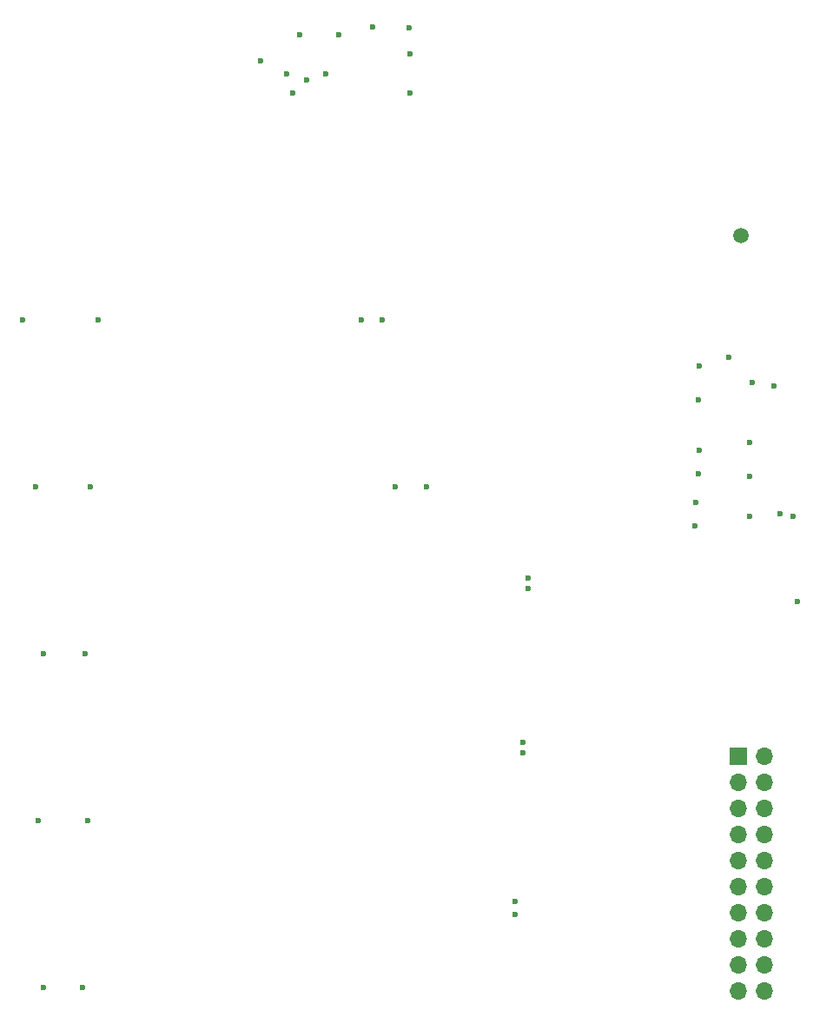
<source format=gbr>
%TF.GenerationSoftware,KiCad,Pcbnew,8.0.3*%
%TF.CreationDate,2024-07-13T21:55:38+05:30*%
%TF.ProjectId,Interpose_1,496e7465-7270-46f7-9365-5f312e6b6963,rev?*%
%TF.SameCoordinates,Original*%
%TF.FileFunction,Copper,L4,Bot*%
%TF.FilePolarity,Positive*%
%FSLAX46Y46*%
G04 Gerber Fmt 4.6, Leading zero omitted, Abs format (unit mm)*
G04 Created by KiCad (PCBNEW 8.0.3) date 2024-07-13 21:55:38*
%MOMM*%
%LPD*%
G01*
G04 APERTURE LIST*
%TA.AperFunction,ComponentPad*%
%ADD10R,1.700000X1.700000*%
%TD*%
%TA.AperFunction,ComponentPad*%
%ADD11O,1.700000X1.700000*%
%TD*%
%TA.AperFunction,ComponentPad*%
%ADD12C,1.500000*%
%TD*%
%TA.AperFunction,ViaPad*%
%ADD13C,0.600000*%
%TD*%
G04 APERTURE END LIST*
D10*
%TO.P,J3,1,Pin_1*%
%TO.N,L2M_DISP*%
X146252000Y-103420000D03*
D11*
%TO.P,J3,2,Pin_2*%
X148792000Y-103420000D03*
%TO.P,J3,3,Pin_3*%
%TO.N,DISP0_VCI*%
X146252000Y-105960000D03*
%TO.P,J3,4,Pin_4*%
%TO.N,DISP1_VCI*%
X148792000Y-105960000D03*
%TO.P,J3,5,Pin_5*%
%TO.N,DISP0_VDDI*%
X146252000Y-108500000D03*
%TO.P,J3,6,Pin_6*%
%TO.N,DISP1_VDDI*%
X148792000Y-108500000D03*
%TO.P,J3,7,Pin_7*%
%TO.N,unconnected-(J3-Pin_7-Pad7)*%
X146252000Y-111040000D03*
%TO.P,J3,8,Pin_8*%
%TO.N,unconnected-(J3-Pin_8-Pad8)*%
X148792000Y-111040000D03*
%TO.P,J3,9,Pin_9*%
%TO.N,DISP0_RST*%
X146252000Y-113580000D03*
%TO.P,J3,10,Pin_10*%
%TO.N,DISP1_RST*%
X148792000Y-113580000D03*
%TO.P,J3,11,Pin_11*%
%TO.N,DISP0_BUCK_EN*%
X146252000Y-116120000D03*
%TO.P,J3,12,Pin_12*%
%TO.N,DISP1_BUCK_VSEL*%
X148792000Y-116120000D03*
%TO.P,J3,13,Pin_13*%
%TO.N,DISP0_TE*%
X146252000Y-118660000D03*
%TO.P,J3,14,Pin_14*%
%TO.N,DISP1_TE*%
X148792000Y-118660000D03*
%TO.P,J3,15,Pin_15*%
%TO.N,DISP0_TOUT*%
X146252000Y-121200000D03*
%TO.P,J3,16,Pin_16*%
%TO.N,DISP1_TOUT*%
X148792000Y-121200000D03*
%TO.P,J3,17,Pin_17*%
%TO.N,GND*%
X146252000Y-123740000D03*
%TO.P,J3,18,Pin_18*%
%TO.N,VSYS_PWR*%
X148792000Y-123740000D03*
%TO.P,J3,19,Pin_19*%
%TO.N,GND*%
X146252000Y-126280000D03*
%TO.P,J3,20,Pin_20*%
%TO.N,VSYS_PWR*%
X148792000Y-126280000D03*
%TD*%
D12*
%TO.P,TP1,1,1*%
%TO.N,GND*%
X146452000Y-52720000D03*
%TD*%
D13*
%TO.N,DSI1_LN2_N*%
X125222000Y-103124000D03*
%TO.N,DSI1_CLK_N*%
X125730000Y-87122000D03*
%TO.N,DSI1_LN3_N*%
X124460000Y-118872000D03*
%TO.N,DSI1_LN3_P*%
X124460000Y-117602000D03*
%TO.N,DSI1_LN2_P*%
X125222000Y-102108000D03*
%TO.N,DSI1_CLK_P*%
X125730000Y-86106000D03*
%TO.N,DSI0_LN1_P*%
X76454000Y-60960000D03*
%TO.N,DSI0_CLK_N*%
X82550000Y-93472000D03*
%TO.N,DSI0_LN2_N*%
X82804000Y-109728000D03*
%TO.N,DSI0_LN0_N*%
X83058000Y-77216000D03*
%TO.N,DSI0_CLK_P*%
X78486000Y-93472000D03*
%TO.N,DSI0_LN3_P*%
X78486000Y-125984000D03*
%TO.N,DSI0_LN3_N*%
X82296000Y-125984000D03*
%TO.N,DSI0_LN1_N*%
X83820000Y-60960000D03*
%TO.N,DSI0_LN2_P*%
X77978000Y-109728000D03*
%TO.N,DSI0_LN0_P*%
X77724000Y-77216000D03*
%TO.N,DSI1_LN1_P*%
X109474000Y-60960000D03*
%TO.N,DSI1_LN1_N*%
X111506000Y-60960000D03*
%TO.N,DISP1_BUCK_VSEL*%
X147332000Y-76140000D03*
X102768000Y-38854900D03*
%TO.N,DISP1_TE*%
X150308000Y-79817100D03*
%TO.N,DISP0_TOUT*%
X141998000Y-81014100D03*
X114194000Y-38854900D03*
%TO.N,DISP0_VDDI*%
X142281000Y-68681400D03*
X110574000Y-32418200D03*
%TO.N,DISP0_RST*%
X142407000Y-73628300D03*
X102232000Y-36950000D03*
%TO.N,DISP0_TE*%
X142046000Y-78680000D03*
%TO.N,DISP1_TOUT*%
X106042000Y-36929300D03*
X151525000Y-80081700D03*
%TO.N,DISP1_RST*%
X104134000Y-37545300D03*
X147352000Y-72902400D03*
%TO.N,DISP0_BUCK_EN*%
X99692000Y-35680000D03*
X142281000Y-75904900D03*
%TO.N,VSYS_PWR*%
X151986000Y-88367300D03*
X103502000Y-33140000D03*
%TO.N,DISP1_VDDI*%
X114136000Y-32447600D03*
X149702000Y-67372700D03*
%TO.N,DISP1_VCI*%
X107312000Y-33140000D03*
X147560000Y-67038200D03*
%TO.N,DISP0_VCI*%
X114198000Y-35040100D03*
X142369000Y-65412000D03*
%TO.N,L2M_DISP*%
X145284000Y-64594600D03*
%TO.N,GND*%
X147320000Y-80067600D03*
%TO.N,DSI1_LN0_N*%
X115824000Y-77216000D03*
%TO.N,DSI1_LN0_P*%
X112776000Y-77216000D03*
%TD*%
M02*

</source>
